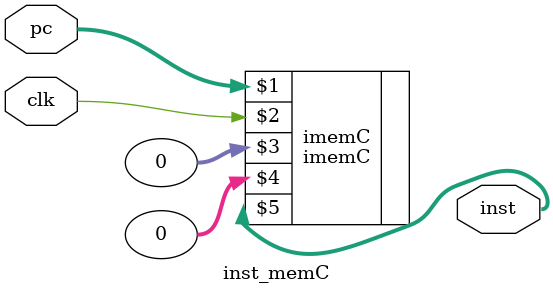
<source format=sv>
module inst_memC( input logic clk,
                 input logic [15:0]  pc,
                 output logic [15:0] inst );
   
   imemC imemC( pc, clk, 0, 0, inst );
   
endmodule

</source>
